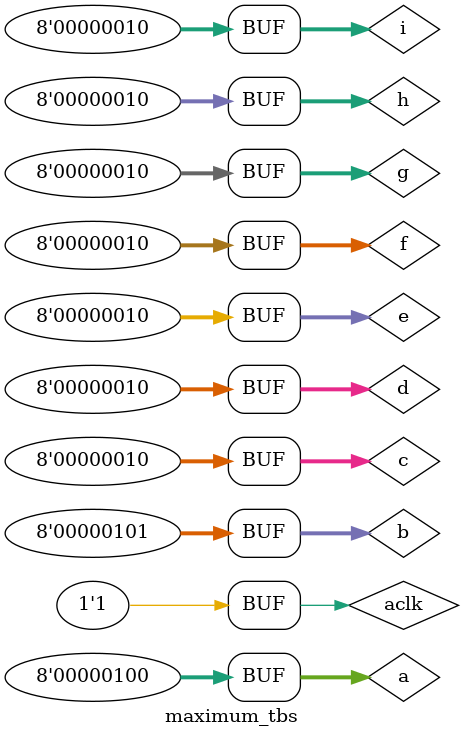
<source format=v>
`timescale 1ns / 1ps


module maximum_tbs();
localparam T = 10;
reg [7:0] a=8'd2, b=8'd3,c=8'd2, d=8'd2,e=8'd2, f=8'd2, g=8'd2, h=8'd2, i=8'd2;
wire [7:0] out; 
reg aclk;
maximum dut(.a(a), .b(b), .out(out));

always 
begin 
aclk = 0;
#(T/2);
aclk=1;
#(T/2);
end

initial 
begin

a = 8'd2;
b = 8'd3;
#T;
a = 8'd3;
b = 8'd2;
#T ;
a = 8'd4;
b = 8'd5;

end

endmodule

</source>
